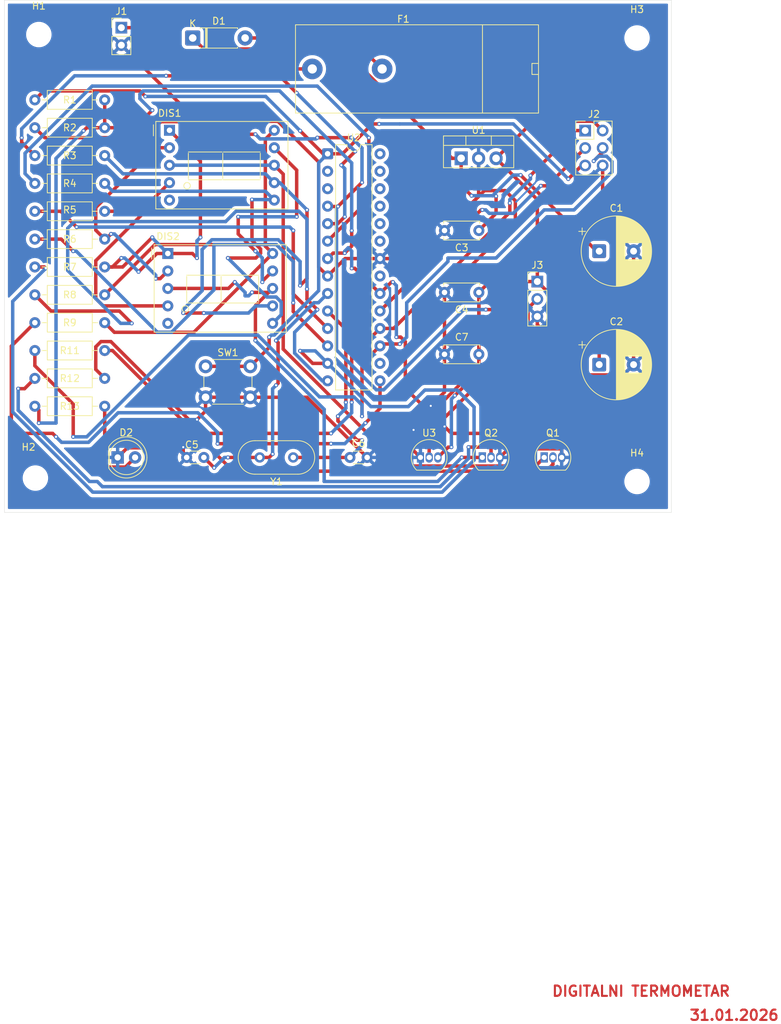
<source format=kicad_pcb>
(kicad_pcb (version 20241229) (generator "pcbnew") (generator_version "9.0")
  (layers (0 "F.Cu" signal) (2 "B.Cu" signal) (13 "F.Paste" user) (15 "B.Paste" user) (5 "F.SilkS" user "F.Silkscreen") (7 "B.SilkS" user "B.Silkscreen") (1 "F.Mask" user) (3 "B.Mask" user) (25 "Edge.Cuts" user))
  (net 0 "")
  (net 1 "GND")
  (net 2 "Net-(D1-K)")
  (net 3 "+5V")
  (net 4 "Net-(U2-XTAL1{slash}PB6)")
  (net 5 "Net-(U2-XTAL2{slash}PB7)")
  (net 6 "Net-(D1-A)")
  (net 7 "Net-(D2-A)")
  (net 8 "/SEG_F")
  (net 9 "/CC1")
  (net 10 "/SEG_E")
  (net 11 "/SEG_C")
  (net 12 "/SEG_D")
  (net 13 "/SEG_A")
  (net 14 "/SEG_B")
  (net 16 "/SEG_G")
  (net 17 "/CC2")
  (net 19 "Net-(J1-Pin_1)")
  (net 20 "/SCK")
  (net 21 "/PB_3")
  (net 22 "/PB_4")
  (net 23 "/RESET")
  (net 24 "/DQ")
  (net 25 "Net-(Q1-B)")
  (net 26 "Net-(Q2-B)")
  (net 27 "/A_IN")
  (net 28 "/B_IN")
  (net 29 "/C_IN")
  (net 30 "/D_IN")
  (net 31 "/E_IN")
  (net 32 "/F_IN")
  (net 33 "/G_IN")
  (footprint "MountingHole:MountingHole_3.2mm_M3" (layer "F.Cu") (at 112.5 50.5)
    (property "Reference" "H1")
    (property "Value" "MountingHole")
  )
  (footprint "MountingHole:MountingHole_3.2mm_M3" (layer "F.Cu") (at 112 115)
    (property "Reference" "H2")
    (property "Value" "MountingHole")
  )
  (footprint "Capacitor_THT:C_Disc_D3.0mm_W1.6mm_P2.50mm" (layer "F.Cu") (at 134 112)
    (property "Reference" "C5")
    (property "Value" "22p")
  )
  (footprint "Resistor_THT:R_Axial_DIN0207_L6.3mm_D2.5mm_P10.16mm_Horizontal" (layer "F.Cu") (at 111.92 104.55)
    (property "Reference" "R13")
    (property "Value" "1k")
  )
  (footprint "Resistor_THT:R_Axial_DIN0207_L6.3mm_D2.5mm_P10.16mm_Horizontal" (layer "F.Cu") (at 111.92 88.35)
    (property "Reference" "R8")
    (property "Value" "220R")
  )
  (footprint "Resistor_THT:R_Axial_DIN0207_L6.3mm_D2.5mm_P10.16mm_Horizontal" (layer "F.Cu") (at 111.92 60)
    (property "Reference" "R1")
    (property "Value" "10k")
  )
  (footprint "Display_7Segment:D1X8K" (layer "F.Cu") (at 131.26 82.34)
    (property "Reference" "DIS2")
    (property "Value" "D168K")
  )
  (footprint "Resistor_THT:R_Axial_DIN0207_L6.3mm_D2.5mm_P10.16mm_Horizontal" (layer "F.Cu") (at 111.92 80.25)
    (property "Reference" "R6")
    (property "Value" "220R")
  )
  (footprint "Package_TO_SOT_THT:TO-220-3_Vertical" (layer "F.Cu") (at 173.92 68.5)
    (property "Reference" "U1")
    (property "Value" "LM7805_TO220")
  )
  (footprint "MountingHole:MountingHole_3.2mm_M3" (layer "F.Cu") (at 199.5 51)
    (property "Reference" "H3")
    (property "Value" "MountingHole")
  )
  (footprint "Capacitor_THT:CP_Radial_D10.0mm_P5.00mm" (layer "F.Cu") (at 194 98.5)
    (property "Reference" "C2")
    (property "Value" "1000u")
  )
  (footprint "Resistor_THT:R_Axial_DIN0207_L6.3mm_D2.5mm_P10.16mm_Horizontal" (layer "F.Cu") (at 111.92 64.05)
    (property "Reference" "R2")
    (property "Value" "4k7")
  )
  (footprint "MountingHole:MountingHole_3.2mm_M3" (layer "F.Cu") (at 199.5 115.5)
    (property "Reference" "H4")
    (property "Value" "MountingHole")
  )
  (footprint "Package_TO_SOT_THT:TO-92_Inline" (layer "F.Cu") (at 177 112)
    (property "Reference" "Q2")
    (property "Value" "BC547")
  )
  (footprint "Diode_THT:D_DO-41_SOD81_P7.62mm_Horizontal" (layer "F.Cu") (at 134.88 51)
    (property "Reference" "D1")
    (property "Value" "1N4007")
  )
  (footprint "Crystal:Crystal_HC49-U_Vertical" (layer "F.Cu") (at 149.5 112 180)
    (property "Reference" "Y1")
    (property "Value" "16MHz")
  )
  (footprint "Connector_PinHeader_2.54mm:PinHeader_2x03_P2.54mm_Vertical" (layer "F.Cu") (at 191.96 64.46)
    (property "Reference" "J2")
    (property "Value" "Conn_02x03_Odd_Even")
  )
  (footprint "Capacitor_THT:C_Disc_D3.0mm_W1.6mm_P2.50mm" (layer "F.Cu") (at 157.75 112)
    (property "Reference" "C6")
    (property "Value" "22p")
  )
  (footprint "Fuse:Fuseholder_Cylinder-5x20mm_Bulgin_FX0457_Horizontal_Closed" (layer "F.Cu") (at 152.27 55.5)
    (property "Reference" "F1")
    (property "Value" "Fuse")
  )
  (footprint "Package_DIP:DIP-28_W7.62mm" (layer "F.Cu") (at 154.5 67.84)
    (property "Reference" "U2")
    (property "Value" "ATmega328P-P")
  )
  (footprint "Resistor_THT:R_Axial_DIN0207_L6.3mm_D2.5mm_P10.16mm_Horizontal" (layer "F.Cu") (at 111.92 76.2)
    (property "Reference" "R5")
    (property "Value" "220R")
  )
  (footprint "Resistor_THT:R_Axial_DIN0207_L6.3mm_D2.5mm_P10.16mm_Horizontal" (layer "F.Cu") (at 111.92 68.1)
    (property "Reference" "R3")
    (property "Value" "220R")
  )
  (footprint "Capacitor_THT:CP_Radial_D10.0mm_P5.00mm" (layer "F.Cu") (at 194 82)
    (property "Reference" "C1")
    (property "Value" "1000u")
  )
  (footprint "Resistor_THT:R_Axial_DIN0207_L6.3mm_D2.5mm_P10.16mm_Horizontal" (layer "F.Cu") (at 111.92 96.45)
    (property "Reference" "R11")
    (property "Value" "4k7")
  )
  (footprint "Button_Switch_THT:SW_PUSH_6mm_H4.3mm" (layer "F.Cu") (at 136.75 98.75)
    (property "Reference" "SW1")
    (property "Value" "SW_Push")
  )
  (footprint "Resistor_THT:R_Axial_DIN0207_L6.3mm_D2.5mm_P10.16mm_Horizontal" (layer "F.Cu") (at 111.92 72.15)
    (property "Reference" "R4")
    (property "Value" "220R")
  )
  (footprint "Package_TO_SOT_THT:TO-92_Inline" (layer "F.Cu") (at 168 112)
    (property "Reference" "U3")
    (property "Value" "DS18B20")
  )
  (footprint "Capacitor_THT:C_Disc_D5.0mm_W2.5mm_P5.00mm" (layer "F.Cu") (at 171.5 97)
    (property "Reference" "C7")
    (property "Value" "100n")
  )
  (footprint "Resistor_THT:R_Axial_DIN0207_L6.3mm_D2.5mm_P10.16mm_Horizontal" (layer "F.Cu") (at 111.92 100.5)
    (property "Reference" "R12")
    (property "Value" "4k7")
  )
  (footprint "Resistor_THT:R_Axial_DIN0207_L6.3mm_D2.5mm_P10.16mm_Horizontal" (layer "F.Cu") (at 111.92 92.4)
    (property "Reference" "R9")
    (property "Value" "220R")
  )
  (footprint "Package_TO_SOT_THT:TO-92_Inline" (layer "F.Cu") (at 186 112)
    (property "Reference" "Q1")
    (property "Value" "BC547")
  )
  (footprint "Display_7Segment:D1X8K" (layer "F.Cu") (at 131.5025 64.42)
    (property "Reference" "DIS1")
    (property "Value" "D168K")
  )
  (footprint "Connector_PinHeader_2.54mm:PinHeader_1x03_P2.54mm_Vertical" (layer "F.Cu") (at 185 86.42)
    (property "Reference" "J3")
    (property "Value" "Conn_01x03")
  )
  (footprint "Capacitor_THT:C_Disc_D5.0mm_W2.5mm_P5.00mm" (layer "F.Cu") (at 176.5 88 180)
    (property "Reference" "C4")
    (property "Value" "100n")
  )
  (footprint "Resistor_THT:R_Axial_DIN0207_L6.3mm_D2.5mm_P10.16mm_Horizontal" (layer "F.Cu") (at 111.92 84.3)
    (property "Reference" "R7")
    (property "Value" "220R")
  )
  (footprint "Connector_PinHeader_2.54mm:PinHeader_1x02_P2.54mm_Vertical" (layer "F.Cu") (at 124.5 49.5)
    (property "Reference" "J1")
    (property "Value" "Conn_01x02")
  )
  (footprint "Capacitor_THT:C_Disc_D5.0mm_W2.5mm_P5.00mm" (layer "F.Cu") (at 176.5 79 180)
    (property "Reference" "C3")
    (property "Value" "100n")
  )
  (footprint "LED_THT:LED_D5.0mm" (layer "F.Cu") (at 123.96 112)
    (property "Reference" "D2")
    (property "Value" "LED")
  )
  (gr_rect (start 107.5 45.5) (end 204.5 120) (stroke (width 0.05)) (fill no) (layer "Edge.Cuts"))
  (gr_text "DIGITALNI TERMOMETAR" (at 187 190.5 0) (layer "F.Cu") (effects (font (size 1.5 1.5) (thickness 0.3) (bold yes)) (justify left bottom)))
  (gr_text "31.01.2026\n" (at 207 194 0) (layer "F.Cu") (effects (font (size 1.5 1.5) (thickness 0.3) (bold yes)) (justify left bottom)))
  (segment (start 180.331786 73.199) (end 177.301 73.199) (width 0.5) (layer "F.Cu") (net 1))
  (segment (start 188.54 110.75) (end 188.539 110.749) (width 0.5) (layer "F.Cu") (net 1))
  (segment (start 181.801 77.699) (end 181.801 74.668214) (width 0.5) (layer "F.Cu") (net 1))
  (segment (start 171.5 88) (end 181.801 77.699) (width 0.5) (layer "F.Cu") (net 1))
  (segment (start 188.54 103.759919) (end 192.298919 100.001) (width 0.5) (layer "F.Cu") (net 1))
  (segment (start 136.75 103.25) (end 136.75 105.25) (width 0.5) (layer "F.Cu") (net 1))
  (segment (start 157.04 83.08) (end 154.5 85.62) (width 0.5) (layer "F.Cu") (net 1))
  (segment (start 171.5 97) (end 171.5 88) (width 0.5) (layer "F.Cu") (net 1))
  (segment (start 167 108) (end 167 111) (width 0.5) (layer "F.Cu") (net 1))
  (segment (start 188.539 110.749) (end 180.791 110.749) (width 0.5) (layer "F.Cu") (net 1))
  (segment (start 179.54 110.75) (end 177.29 108.5) (width 0.5) (layer "F.Cu") (net 1))
  (segment (start 176.46 68.5) (end 176.46 74.04) (width 0.5) (layer "F.Cu") (net 1))
  (segment (start 172.5 108.5) (end 171.5 107.5) (width 0.5) (layer "F.Cu") (net 1))
  (segment (start 176.46 74.04) (end 171.5 79) (width 0.5) (layer "F.Cu") (net 1))
  (segment (start 179.54 112) (end 179.54 110.75) (width 0.5) (layer "F.Cu") (net 1))
  (segment (start 132.599 110.599) (end 125.361 110.599) (width 0.5) (layer "F.Cu") (net 1))
  (segment (start 134 112) (end 132.599 110.599) (width 0.5) (layer "F.Cu") (net 1))
  (segment (start 171.5 97) (end 171.5 102.5) (width 0.5) (layer "F.Cu") (net 1))
  (segment (start 143.25 103.25) (end 136.75 103.25) (width 0.5) (layer "F.Cu") (net 1))
  (segment (start 185 92.702081) (end 192.298919 100.001) (width 0.5) (layer "F.Cu") (net 1))
  (segment (start 133.5 110.5) (end 133.5 111.5) (width 0.5) (layer "F.Cu") (net 1))
  (segment (start 125.361 110.599) (end 123.96 112) (width 0.5) (layer "F.Cu") (net 1))
  (segment (start 199 82) (end 199 98.5) (width 0.5) (layer "F.Cu") (net 1))
  (segment (start 194.5 77.5) (end 194.5 69.54) (width 0.5) (layer "F.Cu") (net 1))
  (segment (start 199 82) (end 194.5 77.5) (width 0.5) (layer "F.Cu") (net 1))
  (segment (start 171.5 102.5) (end 169.5 104.5) (width 0.5) (layer "F.Cu") (net 1))
  (segment (start 180.791 110.749) (end 179.54 112) (width 0.5) (layer "F.Cu") (net 1))
  (segment (start 153.199 69.036608) (end 153.199 84.319) (width 0.5) (layer "F.Cu") (net 1))
  (segment (start 151.5 103.25) (end 143.25 103.25) (width 0.5) (layer "F.Cu") (net 1))
  (segment (start 153.199 84.319) (end 154.5 85.62) (width 0.5) (layer "F.Cu") (net 1))
  (segment (start 197.499 100.001) (end 199 98.5) (width 0.5) (layer "F.Cu") (net 1))
  (segment (start 167 111) (end 168 112) (width 0.5) (layer "F.Cu") (net 1))
  (segment (start 177.29 108.5) (end 172.5 108.5) (width 0.5) (layer "F.Cu") (net 1))
  (segment (start 192.298919 100.001) (end 197.499 100.001) (width 0.5) (layer "F.Cu") (net 1))
  (segment (start 133.5 111.5) (end 134 112) (width 0.5) (layer "F.Cu") (net 1))
  (segment (start 185 91.5) (end 185 92.702081) (width 0.5) (layer "F.Cu") (net 1))
  (segment (start 135.579 63.119) (end 147.281392 63.119) (width 0.5) (layer "F.Cu") (net 1))
  (segment (start 124.5 52.04) (end 135.579 63.119) (width 0.5) (layer "F.Cu") (net 1))
  (segment (start 188.54 112) (end 188.54 103.759919) (width 0.5) (layer "F.Cu") (net 1))
  (segment (start 167.42 83.08) (end 162.12 83.08) (width 0.5) (layer "F.Cu") (net 1))
  (segment (start 136.75 105.25) (end 135.5 106.5) (width 0.5) (layer "F.Cu") (net 1))
  (segment (start 147.281392 63.119) (end 153.199 69.036608) (width 0.5) (layer "F.Cu") (net 1))
  (segment (start 177.301 73.199) (end 171.5 79) (width 0.5) (layer "F.Cu") (net 1))
  (segment (start 171.5 79) (end 167.42 83.08) (width 0.5) (layer "F.Cu") (net 1))
  (segment (start 160.25 112) (end 151.5 103.25) (width 0.5) (layer "F.Cu") (net 1))
  (segment (start 162.12 83.08) (end 157.04 83.08) (width 0.5) (layer "F.Cu") (net 1))
  (segment (start 181.801 74.668214) (end 180.331786 73.199) (width 0.5) (layer "F.Cu") (net 1))
  (segment (start 188.54 112) (end 188.54 110.75) (width 0.5) (layer "F.Cu") (net 1))
  (via (at 133.5 110.5) (size 0.6) (drill 0.3) (layers "F.Cu" "B.Cu") (net 1))
  (via (at 169.5 104.5) (size 0.6) (drill 0.3) (layers "F.Cu" "B.Cu") (net 1))
  (via (at 167 108) (size 0.6) (drill 0.3) (layers "F.Cu" "B.Cu") (net 1))
  (via (at 171.5 107.5) (size 0.6) (drill 0.3) (layers "F.Cu" "B.Cu") (net 1))
  (via (at 135.5 106.5) (size 0.6) (drill 0.3) (layers "F.Cu" "B.Cu") (net 1))
  (segment (start 168 107) (end 163 112) (width 0.5) (layer "B.Cu") (net 1))
  (segment (start 135.5 106.5) (end 133.5 108.5) (width 0.5) (layer "B.Cu") (net 1))
  (segment (start 169.5 104.5) (end 169.5 106.5) (width 0.5) (layer "B.Cu") (net 1))
  (segment (start 170.5 106.5) (end 170 106.5) (width 0.5) (layer "B.Cu") (net 1))
  (segment (start 133.5 108.5) (end 133.5 109.5) (width 0.5) (layer "B.Cu") (net 1))
  (segment (start 171.5 107.5) (end 170.5 106.5) (width 0.5) (layer "B.Cu") (net 1))
  (segment (start 133.5 109.5) (end 133.5 110.5) (width 0.5) (layer "B.Cu") (net 1))
  (segment (start 169.5 106.5) (end 168.5 106.5) (width 0.5) (layer "B.Cu") (net 1))
  (segment (start 170 106.5) (end 169.5 106.5) (width 0.5) (layer "B.Cu") (net 1))
  (segment (start 163 112) (end 160.25 112) (width 0.5) (layer "B.Cu") (net 1))
  (segment (start 168.5 106.5) (end 168 107) (width 0.5) (layer "B.Cu") (net 1))
  (segment (start 168 107) (end 167 108) (width 0.5) (layer "B.Cu") (net 1))
  (segment (start 179 76.5) (end 176.5 79) (width 0.5) (layer "F.Cu") (net 2))
  (segment (start 136.481 52.601) (end 156.701158 52.601) (width 0.5) (layer "F.Cu") (net 2))
  (segment (start 134.88 51) (end 136.481 52.601) (width 0.5) (layer "F.Cu") (net 2))
  (segment (start 173.92 72.42) (end 175.434314 73.934314) (width 0.5) (layer "F.Cu") (net 2))
  (segment (start 193.631372 82) (end 182.565686 70.934314) (width 0.5) (layer "F.Cu") (net 2))
  (segment (start 179 74) (end 179 76.5) (width 0.5) (layer "F.Cu") (net 2))
  (segment (start 173.92 68.5) (end 173.92 72.42) (width 0.5) (layer "F.Cu") (net 2))
  (segment (start 194 82) (end 193.631372 82) (width 0.5) (layer "F.Cu") (net 2))
  (segment (start 172.600158 68.5) (end 173.92 68.5) (width 0.5) (layer "F.Cu") (net 2))
  (segment (start 156.701158 52.601) (end 172.600158 68.5) (width 0.5) (layer "F.Cu") (net 2))
  (via (at 179 74) (size 0.6) (drill 0.3) (layers "F.Cu" "B.Cu") (net 2))
  (via (at 182.565686 70.934314) (size 0.6) (drill 0.3) (layers "F.Cu" "B.Cu") (net 2))
  (via (at 175.434314 73.934314) (size 0.6) (drill 0.3) (layers "F.Cu" "B.Cu") (net 2))
  (segment (start 178.934314 73.934314) (end 179 74) (width 0.5) (layer "B.Cu") (net 2))
  (segment (start 181.5 70.934314) (end 178.5 73.934314) (width 0.5) (layer "B.Cu") (net 2))
  (segment (start 182.565686 70.934314) (end 181.5 70.934314) (width 0.5) (layer "B.Cu") (net 2))
  (segment (start 178.5 73.934314) (end 178.934314 73.934314) (width 0.5) (layer "B.Cu") (net 2))
  (segment (start 175.434314 73.934314) (end 178.5 73.934314) (width 0.5) (layer "B.Cu") (net 2))
  (segment (start 185 74.5) (end 179 68.5) (width 0.5) (layer "F.Cu") (net 3))
  (segment (start 178.08 86.42) (end 176.5 88) (width 0.5) (layer "F.Cu") (net 3))
  (segment (start 165.801 101.933786) (end 165.801 95.168214) (width 0.5) (layer "F.Cu") (net 3))
  (segment (start 112.5 107) (end 112.5 105.13) (width 0.5) (layer "F.Cu") (net 3))
  (segment (start 126.45 64.05) (end 129 61.5) (width 0.5) (layer "F.Cu") (net 3))
  (segment (start 176.5 98.632786) (end 169.831786 105.301) (width 0.5) (layer "F.Cu") (net 3))
  (segment (start 122.08 60) (end 122.08 64.05) (width 0.5) (layer "F.Cu") (net 3))
  (segment (start 185 86.42) (end 185 74.5) (width 0.5) (layer "F.Cu") (net 3))
  (segment (start 158 81.266853) (end 156.984958 82.281895) (width 0.5) (layer "F.Cu") (net 3))
  (segment (start 156.984958 82.281895) (end 155.298105 82.281895) (width 0.5) (layer "F.Cu") (net 3))
  (segment (start 176.5 99.5) (end 173 103) (width 0.5) (layer "F.Cu") (net 3))
  (segment (start 165.132786 94.5) (end 164.5 94.5) (width 0.5) (layer "F.Cu") (net 3))
  (segment (start 162.12 88.16) (end 158.46 84.5) (width 0.5) (layer "F.Cu") (net 3))
  (segment (start 164 86.5) (end 163.78 86.5) (width 0.5) (layer "F.Cu") (net 3))
  (segment (start 172.5 110.5) (end 172.04 110.5) (width 0.5) (layer "F.Cu") (net 3))
  (segment (start 112.5 105.13) (end 111.92 104.55) (width 0.5) (layer "F.Cu") (net 3))
  (segment (start 158.46 84.5) (end 158 84.5) (width 0.5) (layer "F.Cu") (net 3))
  (segment (start 119.45 64.05) (end 119 64.5) (width 0.5) (layer "F.Cu") (net 3))
  (segment (start 179 68.5) (end 184.391 63.109) (width 0.5) (layer "F.Cu") (net 3))
  (segment (start 169.831786 105.301) (end 169.168214 105.301) (width 0.5) (layer "F.Cu") (net 3))
  (segment (start 176.5 88) (end 176.5 98.632786) (width 0.5) (layer "F.Cu") (net 3))
  (segment (start 194 98.5) (end 194 95.42) (width 0.5) (layer "F.Cu") (net 3))
  (segment (start 176.5 97) (end 176.5 99.5) (width 0.5) (layer "F.Cu") (net 3))
  (segment (start 193.149 63.109) (end 194.5 64.46) (width 0.5) (layer "F.Cu") (net 3))
  (segment (start 165.801 95.168214) (end 165.132786 94.5) (width 0.5) (layer "F.Cu") (net 3))
  (segment (start 172.04 110.5) (end 170.54 112) (width 0.5) (layer "F.Cu") (net 3))
  (segment (start 122.08 64.05) (end 119.45 64.05) (width 0.5) (layer "F.Cu") (net 3))
  (segment (start 163.78 86.5) (end 162.12 88.16) (width 0.5) (layer "F.Cu") (net 3))
  (segment (start 194 95.42) (end 185 86.42) (width 0.5) (layer "F.Cu") (net 3))
  (segment (start 169.168214 105.301) (end 165.801 101.933786) (width 0.5) (layer "F.Cu") (net 3))
  (segment (start 155.298105 82.281895) (end 154.5 83.08) (width 0.5) (layer "F.Cu") (net 3))
  (segment (start 184.391 63.109) (end 193.149 63.109) (width 0.5) (layer "F.Cu") (net 3))
  (segment (start 158 79) (end 158 81.266853) (width 0.5) (layer "F.Cu") (net 3))
  (segment (start 185 86.42) (end 178.08 86.42) (width 0.5) (layer "F.Cu") (net 3))
  (segment (start 122.08 64.05) (end 126.45 64.05) (width 0.5) (layer "F.Cu") (net 3))
  (segment (start 176.5 97) (end 176.5 88) (width 0.5) (layer "F.Cu") (net 3))
  (via (at 158 84.5) (size 0.6) (drill 0.3) (layers "F.Cu" "B.Cu") (net 3))
  (via (at 112.5 107) (size 0.6) (drill 0.3) (layers "F.Cu" "B.Cu") (net 3))
  (via (at 129 61.5) (size 0.6) (drill 0.3) (layers "F.Cu" "B.Cu") (net 3))
  (via (at 173 103) (size 0.6) (drill 0.3) (layers "F.Cu" "B.Cu") (net 3))
  (via (at 158 79) (size 0.6) (drill 0.3) (layers "F.Cu" "B.Cu") (net 3))
  (via (at 156.984958 82.281895) (size 0.6) (drill 0.3) (layers "F.Cu" "B.Cu") (net 3))
  (via (at 119 64.5) (size 0.6) (drill 0.3) (layers "F.Cu" "B.Cu") (net 3))
  (via (at 172.5 110.5) (size 0.6) (drill 0.3) (layers "F.Cu" "B.Cu") (net 3))
  (via (at 164 86.5) (size 0.6) (drill 0.3) (layers "F.Cu" "B.Cu") (net 3))
  (via (at 164.5 94.5) (size 0.6) (drill 0.3) (layers "F.Cu" "B.Cu") (net 3))
  (segment (start 156.984958 82.015042) (end 156.984958 82.281895) (width 0.5) (layer "B.Cu") (net 3))
  (segment (start 158 84.5) (end 158 82) (width 0.5) (layer "B.Cu") (net 3))
  (segment (start 115 107) (end 112.5 107) (width 0.5) (layer "B.Cu") (net 3))
  (segment (start 173 103) (end 172.5 103.5) (width 0.5) (layer "B.Cu") (net 3))
  (segment (start 115 68.5) (end 115 107) (width 0.5) (layer "B.Cu") (net 3))
  (segment (start 119 64.5) (end 115 68.5) (width 0.5) (layer "B.Cu") (net 3))
  (segment (start 158 82) (end 157.5 81.5) (width 0.5) (layer "B.Cu") (net 3))
  (segment (start 158 69.170998) (end 158 79) (width 0.5) (layer "B.Cu") (net 3))
  (segment (start 127.668214 58.699) (end 147.528002 58.699) (width 0.5) (layer "B.Cu") (net 3))
  (segment (start 147.528002 58.699) (end 158 69.170998) (width 0.5) (layer "B.Cu") (net 3))
  (segment (start 127.199 59.168214) (end 127.668214 58.699) (width 0.5) (layer "B.Cu") (net 3))
  (segment (start 128.867214 61.5) (end 127.199 59.831786) (width 0.5) (layer "B.Cu") (net 3))
  (segment (start 164.5 94.5) (end 164.5 87) (width 0.5) (layer "B.Cu") (net 3))
  (segment (start 172.5 103.5) (end 172.5 110.5) (width 0.5) (layer "B.Cu") (net 3))
  (segment (start 129 61.5) (end 128.867214 61.5) (width 0.5) (layer "B.Cu") (net 3))
  (segment (start 157.5 81.5) (end 156.984958 82.015042) (width 0.5) (layer "B.Cu") (net 3))
  (segment (start 164.5 87) (end 164 86.5) (width 0.5) (layer "B.Cu") (net 3))
  (segment (start 127.199 59.831786) (end 127.199 59.168214) (width 0.5) (layer "B.Cu") (net 3))
  (segment (start 146 112) (end 146.5 111.5) (width 0.5) (layer "F.Cu") (net 4))
  (segment (start 147.2925 95.2925) (end 147 95) (width 0.5) (layer "F.Cu") (net 4))
  (segment (start 144.62 112) (end 140 112) (width 0.5) (layer "F.Cu") (net 4))
  (segment (start 144.62 112) (end 146 112) (width 0.5) (layer "F.Cu") (net 4))
  (segment (start 147 101.5) (end 147.2925 101.2075) (width 0.5) (layer "F.Cu") (net 4))
  (segment (start 147.2925 101.2075) (end 147.2925 95.2925) (width 0.5) (layer "F.Cu") (net 4))
  (segment (start 138 113.5) (end 136.5 112) (width 0.5) (layer "F.Cu") (net 4))
  (via (at 140 112) (size 0.6) (drill 0.3) (layers "F.Cu" "B.Cu") (net 4))
  (via (at 146.5 111.5) (size 0.6) (drill 0.3) (layers "F.Cu" "B.Cu") (net 4))
  (via (at 147 95) (size 0.6) (drill 0.3) (layers "F.Cu" "B.Cu") (net 4))
  (via (at 147 101.5) (size 0.6) (drill 0.3) (layers "F.Cu" "B.Cu") (net 4))
  (via (at 138 113.5) (size 0.6) (drill 0.3) (layers "F.Cu" "B.Cu") (net 4))
  (segment (start 139.5 112) (end 138 113.5) (width 0.5) (layer "B.Cu") (net 4))
  (segment (start 147 95) (end 152.5 89.5) (width 0.5) (layer "B.Cu") (net 4))
  (segment (start 153.16 89.5) (end 154.5 88.16) (width 0.5) (layer "B.Cu") (net 4))
  (segment (start 146.5 111.5) (end 146.5 102) (width 0.5) (layer "B.Cu") (net 4))
  (segment (start 146.5 102) (end 147 101.5) (width 0.5) (layer "B.Cu") (net 4))
  (segment (start 152.5 89.5) (end 153.16 89.5) (width 0.5) (layer "B.Cu") (net 4))
  (segment (start 140 112) (end 139.5 112) (width 0.5) (layer "B.Cu") (net 4))
  (segment (start 156 106) (end 156 106.687926) (width 0.5) (layer "F.Cu") (net 5))
  (segment (start 156 106.687926) (end 158.812074 109.5) (width 0.5) (layer "F.Cu") (net 5))
  (segment (start 154.5 90.7) (end 157.149997 93.349997) (width 0.5) (layer "F.Cu") (net 5))
  (segment (start 149.5 112) (end 157.75 112) (width 0.5) (layer "F.Cu") (net 5))
  (segment (start 157.149997 93.349997) (end 157.149997 104) (width 0.5) (layer "F.Cu") (net 5))
  (segment (start 158.812074 109.5) (end 159.5 109.5) (width 0.5) (layer "F.Cu") (net 5))
  (via (at 159.5 109.5) (size 0.6) (drill 0.3) (layers "F.Cu" "B.Cu") (net 5))
  (via (at 157.149997 104) (size 0.6) (drill 0.3) (layers "F.Cu" "B.Cu") (net 5))
  (via (at 156 106) (size 0.6) (drill 0.3) (layers "F.Cu" "B.Cu") (net 5))
  (segment (start 159.5 110.25) (end 157.75 112) (width 0.5) (layer "B.Cu") (net 5))
  (segment (start 157.149997 104) (end 157.149997 104.850003) (width 0.5) (layer "B.Cu") (net 5))
  (segment (start 157.149997 104.850003) (end 156 106) (width 0.5) (layer "B.Cu") (net 5))
  (segment (start 159.5 109.5) (end 159.5 110.25) (width 0.5) (layer "B.Cu") (net 5))
  (segment (start 157.93 51) (end 142.5 51) (width 0.5) (layer "F.Cu") (net 6))
  (segment (start 162.43 55.5) (end 157.93 51) (width 0.5) (layer "F.Cu") (net 6))
  (segment (start 122.08 112.922) (end 122.08 104.55) (width 0.5) (layer "F.Cu") (net 7))
  (segment (start 126.5 112) (end 125.099 113.401) (width 0.5) (layer "F.Cu") (net 7))
  (segment (start 122.559 113.401) (end 122.08 112.922) (width 0.5) (layer "F.Cu") (net 7))
  (segment (start 125.099 113.401) (end 122.559 113.401) (width 0.5) (layer "F.Cu") (net 7))
  (segment (start 122.08 88.35) (end 129.391 81.039) (width 0.5) (layer "F.Cu") (net 8))
  (segment (start 143.039 81.039) (end 144 82) (width 0.5) (layer "F.Cu") (net 8))
  (segment (start 129.391 81.039) (end 143.039 81.039) (width 0.5) (layer "F.Cu") (net 8))
  (segment (start 146.7425 66.96) (end 150 70.2175) (width 0.5) (layer "F.Cu") (net 8))
  (segment (start 150 70.2175) (end 150 77) (width 0.5) (layer "F.Cu") (net 8))
  (segment (start 145 86.5) (end 145 86.38) (width 0.5) (layer "F.Cu") (net 8))
  (segment (start 141.5 77) (end 141.5 79.5) (width 0.5) (layer "F.Cu") (net 8))
  (segment (start 141.5 79.5) (end 143.039 81.039) (width 0.5) (layer "F.Cu") (net 8))
  (segment (start 145 86.38) (end 146.5 84.88) (width 0.5) (layer "F.Cu") (net 8))
  (via (at 141.5 77) (size 0.6) (drill 0.3) (layers "F.Cu" "B.Cu") (net 8))
  (via (at 145 86.5) (size 0.6) (drill 0.3) (layers "F.Cu" "B.Cu") (net 8))
  (via (at 144 82) (size 0.6) (drill 0.3) (layers "F.Cu" "B.Cu") (net 8))
  (via (at 150 77) (size 0.6) (drill 0.3) (layers "F.Cu" "B.Cu") (net 8))
  (segment (start 144 82) (end 145 83) (width 0.5) (layer "B.Cu") (net 8))
  (segment (start 145 83) (end 145 85.5) (width 0.5) (layer "B.Cu") (net 8))
  (segment (start 145 85.5) (end 145 86.5) (width 0.5) (layer "B.Cu") (net 8))
  (segment (start 150 77) (end 141.5 77) (width 0.5) (layer "B.Cu") (net 8))
  (segment (start 148.0435 70.801) (end 146.7425 69.5) (width 0.5) (layer "F.Cu") (net 9))
  (segment (start 148.0435 96.243392) (end 148.0435 70.801) (width 0.5) (layer "F.Cu") (net 9))
  (segment (start 184.749 113.251) (end 165.051108 113.251) (width 0.5) (layer "F.Cu") (net 9))
  (segment (start 186 112) (end 184.749 113.251) (width 0.5) (layer "F.Cu") (net 9))
  (segment (start 165.051108 113.251) (end 148.0435 96.243392) (width 0.5) (layer "F.Cu") (net 9))
  (segment (start 146.7425 69.5) (end 131.5025 69.5) (width 0.5) (layer "B.Cu") (net 9))
  (segment (start 129.66 82.34) (end 131.26 82.34) (width 0.5) (layer "F.Cu") (net 10))
  (segment (start 136 80) (end 136 68.9175) (width 0.5) (layer "F.Cu") (net 10))
  (segment (start 131.26 82.34) (end 134.84 82.34) (width 0.5) (layer "F.Cu") (net 10))
  (segment (start 127 85) (end 129.66 82.34) (width 0.5) (layer "F.Cu") (net 10))
  (segment (start 122.08 84.3) (end 124.7 84.3) (width 0.5) (layer "F.Cu") (net 10))
  (segment (start 124.7 84.3) (end 129 80) (width 0.5) (layer "F.Cu") (net 10))
  (segment (start 134.84 82.34) (end 135.5 83) (width 0.5) (layer "F.Cu") (net 10))
  (segment (start 123.2 84.3) (end 124.5 83) (width 0.5) (layer "F.Cu") (net 10))
  (segment (start 136 68.9175) (end 131.5025 64.42) (width 0.5) (layer "F.Cu") (net 10))
  (segment (start 122.08 84.3) (end 123.2 84.3) (width 0.5) (layer "F.Cu") (net 10))
  (via (at 127 85) (size 0.6) (drill 0.3) (layers "F.Cu" "B.Cu") (net 10))
  (via (at 136 80) (size 0.6) (drill 0.3) (layers "F.Cu" "B.Cu") (net 10))
  (via (at 135.5 83) (size 0.6) (drill 0.3) (layers "F.Cu" "B.Cu") (net 10))
  (via (at 124.5 83) (size 0.6) (drill 0.3) (layers "F.Cu" "B.Cu") (net 10))
  (via (at 129 80) (size 0.6) (drill 0.3) (layers "F.Cu" "B.Cu") (net 10))
  (segment (start 135.5 83) (end 135.5 80.5) (width 0.5) (layer "B.Cu") (net 10))
  (segment (start 129 80) (end 129 80.08) (width 0.5) (layer "B.Cu") (net 10))
  (segment (start 135.5 80.5) (end 136 80) (width 0.5) (layer "B.Cu") (net 10))
  (segment (start 129 80.08) (end 131.26 82.34) (width 0.5) (layer "B.Cu") (net 10))
  (segment (start 124.5 83) (end 125 83) (width 0.5) (layer "B.Cu") (net 10))
  (segment (start 125 83) (end 127 85) (width 0.5) (layer "B.Cu") (net 10))
  (segment (start 121.850108 89.96) (end 120.779 88.888892) (width 0.5) (layer "F.Cu") (net 11))
  (segment (start 122.08 76.2) (end 127.3425 76.2) (width 0.5) (layer "F.Cu") (net 11))
  (segment (start 127.52125 76.02125) (end 131.5025 72.04) (width 0.5) (layer "F.Cu") (net 11))
  (segment (start 131.26 89.96) (end 121.850108 89.96) (width 0.5) (layer "F.Cu") (net 11))
  (segment (start 120.779 83.390892) (end 127.52125 76.648642) (width 0.5) (layer "F.Cu") (net 11))
  (segment (start 127.3425 76.2) (end 127.52125 76.02125) (width 0.5) (layer "F.Cu") (net 11))
  (segment (start 127.52125 76.648642) (end 127.52125 76.02125) (width 0.5) (layer "F.Cu") (net 11))
  (segment (start 120.779 88.888892) (end 120.779 83.390892) (width 0.5) (layer "F.Cu") (net 11))
  (segment (start 120.779 78.949) (end 120.779 75.661108) (width 0.5) (layer "F.Cu") (net 12))
  (segment (start 122.08 80.25) (end 120.779 78.949) (width 0.5) (layer "F.Cu") (net 12))
  (segment (start 129.480108 66.96) (end 131.5025 66.96) (width 0.5) (layer "F.Cu") (net 12))
  (segment (start 120.779 75.661108) (end 129.480108 66.96) (width 0.5) (layer "F.Cu") (net 12))
  (segment (start 130.14 86) (end 131.26 84.88) (width 0.5) (layer "F.Cu") (net 12))
  (segment (start 122.25 80.25) (end 123 79.5) (width 0.5) (layer "F.Cu") (net 12))
  (segment (start 129.5 86) (end 130.14 86) (width 0.5) (layer "F.Cu") (net 12))
  (segment (start 122.08 80.25) (end 122.25 80.25) (width 0.5) (layer "F.Cu") (net 12))
  (via (at 123 79.5) (size 0.6) (drill 0.3) (layers "F.Cu" "B.Cu") (net 12))
  (via (at 129.5 86) (size 0.6) (drill 0.3) (layers "F.Cu" "B.Cu") (net 12))
  (segment (start 123.5 79.5) (end 129.5 85.5) (width 0.5) (layer "B.Cu") (net 12))
  (segment (start 123 79.5) (end 123.5 79.5) (width 0.5) (layer "B.Cu") (net 12))
  (segment (start 129.5 85.5) (end 129.5 86) (width 0.5) (layer "B.Cu") (net 12))
  (segment (start 133.5 91) (end 136.5 91) (width 0.5) (layer "F.Cu") (net 13))
  (segment (start 151.5 86) (end 150.5 87) (width 0.5) (layer "F.Cu") (net 13))
  (segment (start 151.5 76) (end 151.5 86) (width 0.5) (layer "F.Cu") (net 13))
  (via (at 150.5 87) (size 0.6) (drill 0.3) (layers "F.Cu" "B.Cu") (net 13))
  (via (at 133.5 91) (size 0.6) (drill 0.3) (layers "F.Cu" "B.Cu") (net 13))
  (via (at 151.5 76) (size 0.6) (drill 0.3) (layers "F.Cu" "B.Cu") (net 13))
  (via (at 136.5 91) (size 0.6) (drill 0.3) (layers "F.Cu" "B.Cu") (net 13))
  (segment (start 133.5 90.5) (end 133.5 91) (width 0.5) (layer "B.Cu") (net 13))
  (segment (start 136.251 87.749) (end 135 89) (width 0.5) (layer "B.Cu") (net 13))
  (segment (start 146.7425 72.04) (end 145.4535 70.751) (width 0.5) (layer "B.Cu") (net 13))
  (segment (start 137.670636 80.338) (end 136.251 81.757636) (width 0.5) (layer "B.Cu") (net 13))
  (segment (start 135 89) (end 133.5 90.5) (width 0.5) (layer "B.Cu") (net 13))
  (segment (start 150.5 87) (end 150.5 83.508744) (width 0.5) (layer "B.Cu") (net 13))
  (segment (start 136.5 91) (end 143 91) (width 0.5) (layer "B.Cu") (net 13))
  (segment (start 144.04 89.96) (end 146.5 89.96) (width 0.5) (layer "B.Cu") (net 13))
  (segment (start 150.5 83.508744) (end 147.329256 80.338) (width 0.5) (layer "B.Cu") (net 13))
  (segment (start 143 91) (end 144.04 89.96) (width 0.5) (layer "B.Cu") (net 13))
  (segment (start 146.7425 72.04) (end 147.54 72.04) (width 0.5) (layer "B.Cu") (net 13))
  (segment (start 124.731 70.751) (end 122.08 68.1) (width 0.5) (layer "B.Cu") (net 13))
  (segment (start 136.251 81.757636) (end 136.251 87.749) (width 0.5) (layer "B.Cu") (net 13))
  (segment (start 145.4535 70.751) (end 124.731 70.751) (width 0.5) (layer "B.Cu") (net 13))
  (segment (start 147.54 72.04) (end 151.5 76) (width 0.5) (layer "B.Cu") (net 13))
  (segment (start 147.329256 80.338) (end 137.670636 80.338) (width 0.5) (layer "B.Cu") (net 13))
  (segment (start 144.751 81.688925) (end 143.5 80.437925) (width 0.5) (layer "F.Cu") (net 14))
  (segment (start 144.062075 83) (end 144.751 82.311075) (width 0.5) (layer "F.Cu") (net 14))
  (segment (start 144.751 82.311075) (end 144.751 81.688925) (width 0.5) (layer "F.Cu") (net 14))
  (segment (start 143.5 80.437925) (end 143.5 74.5) (width 0.5) (layer "F.Cu") (net 14))
  (segment (start 140 83) (end 144.062075 83) (width 0.5) (layer "F.Cu") (net 14))
  (via (at 143.5 74.5) (size 0.6) (drill 0.3) (layers "F.Cu" "B.Cu") (net 14))
  (via (at 140 83) (size 0.6) (drill 0.3) (layers "F.Cu" "B.Cu") (net 14))
  (segment (start 143.5 74.5) (end 146.6625 74.5) (width 0.5) (layer "B.Cu") (net 14))
  (segment (start 147.018182 88.671) (end 145.671 88.671) (width 0.5) (layer "B.Cu") (net 14))
  (segment (start 146.7425 74.58) (end 145.4535 73.291) (width 0.5) (layer "B.Cu") (net 14))
  (segment (start 145.671 88.671) (end 140 83) (width 0.5) (layer "B.Cu") (net 14))
  (segment (start 145.4535 73.291) (end 123.221 73.291) (width 0.5) (layer "B.Cu") (net 14))
  (segment (start 146.5 92.5) (end 147.751 91.249) (width 0.5) (layer "B.Cu") (net 14))
  (segment (start 147.751 91.249) (end 147.751 89.403818) (width 0.5) (layer "B.Cu") (net 14))
  (segment (start 123.221 73.291) (end 122.08 72.15) (width 0.5) (layer "B.Cu") (net 14))
  (segment (start 147.751 89.403818) (end 147.018182 88.671) (width 0.5) (layer "B.Cu") (net 14))
  (segment (start 146.6625 74.5) (end 146.7425 74.58) (width 0.5) (layer "B.Cu") (net 14))
  (segment (start 122.08 92.4) (end 123.481 93.801) (width 0.5) (layer "F.Cu") (net 16))
  (segment (start 123.481 93.801) (end 135.039 93.801) (width 0.5) (layer "F.Cu") (net 16))
  (segment (start 146.7425 64.42) (end 145.4415 65.721) (width 0.5) (layer "F.Cu") (net 16))
  (segment (start 145.4415 65.721) (end 145.4415 81.2815) (width 0.5) (layer "F.Cu") (net 16))
  (segment (start 135.039 93.801) (end 146.5 82.34) (width 0.5) (layer "F.Cu") (net 16))
  (segment (start 145.4415 81.2815) (end 146.5 82.34) (width 0.5) (layer "F.Cu") (net 16))
  (segment (start 143.5 88) (end 145.92 88) (width 0.5) (layer "F.Cu") (net 17))
  (segment (start 140.08 87.42) (end 141 86.5) (width 0.5) (layer "F.Cu") (net 17))
  (segment (start 145.92 88) (end 146.5 87.42) (width 0.5) (layer "F.Cu") (net 17))
  (segment (start 144 95) (end 144 89.92) (width 0.5) (layer "F.Cu") (net 17))
  (segment (start 131.26 87.42) (end 140.08 87.42) (width 0.5) (layer "F.Cu") (net 17))
  (segment (start 177 112) (end 174 112) (width 0.5) (layer "F.Cu") (net 17))
  (segment (start 144 89.92) (end 146.5 87.42) (width 0.5) (layer "F.Cu") (net 17))
  (via (at 141 86.5) (size 0.6) (drill 0.3) (layers "F.Cu" "B.Cu") (net 17))
  (via (at 144 95) (size 0.6) (drill 0.3) (layers "F.Cu" "B.Cu") (net 17))
  (via (at 143.5 88) (size 0.6) (drill 0.3) (layers "F.Cu" "B.Cu") (net 17))
  (via (at 174 112) (size 0.6) (drill 0.3) (layers "F.Cu" "B.Cu") (net 17))
  (segment (start 142.5 88.5) (end 143 88.5) (width 0.5) (layer "B.Cu") (net 17))
  (segment (start 142.5 88) (end 142.5 88.5) (width 0.5) (layer "B.Cu") (net 17))
  (segment (start 174 112) (end 170.5 115.5) (width 0.5) (layer "B.Cu") (net 17))
  (segment (start 154 105) (end 144 95) (width 0.5) (layer "B.Cu") (net 17))
  (segment (start 170.5 115.5) (end 154 115.5) (width 0.5) (layer "B.Cu") (net 17))
  (segment (start 141 86.5) (end 142.5 88) (width 0.5) (layer "B.Cu") (net 17))
  (segment (start 154 115.5) (end 154 105) (width 0.5) (layer "B.Cu") (net 17))
  (segment (start 143 88.5) (end 143.5 88) (width 0.5) (layer "B.Cu") (net 17))
  (segment (start 126 49.5) (end 124.5 49.5) (width 0.5) (layer "F.Cu") (net 19))
  (segment (start 152.27 55.5) (end 132 55.5) (width 0.5) (layer "F.Cu") (net 19))
  (segment (start 132 55.5) (end 126 49.5) (width 0.5) (layer "F.Cu") (net 19))
  (segment (start 177 76) (end 176.82 76) (width 0.5) (layer "F.Cu") (net 20))
  (segment (start 191.96 67) (end 186.46 72.5) (width 0.5) (layer "F.Cu") (net 20))
  (segment (start 176.82 76) (end 162.12 90.7) (width 0.5) (layer "F.Cu") (net 20))
  (segment (start 186.46 72.5) (end 185.5 72.5) (width 0.5) (layer "F.Cu") (net 20))
  (via (at 185.5 72.5) (size 0.6) (drill 0.3) (layers "F.Cu" "B.Cu") (net 20))
  (via (at 177 76) (size 0.6) (drill 0.3) (layers "F.Cu" "B.Cu") (net 20))
  (segment (start 181.5 76.5) (end 178 76.5) (width 0.5) (layer "B.Cu") (net 20))
  (segment (start 185.5 72.5) (end 181.5 76.5) (width 0.5) (layer "B.Cu") (net 20))
  (segment (start 177.5 76) (end 177 76) (width 0.5) (layer "B.Cu") (net 20))
  (segment (start 178 76.5) (end 177.5 76) (width 0.5) (layer "B.Cu") (net 20))
  (segment (start 162.12 95.78) (end 159.5 98.4) (width 0.5) (layer "F.Cu") (net 21))
  (segment (start 194.5 67.597354) (end 193.202496 68.894858) (width 0.5) (layer "F.Cu") (net 21))
  (segment (start 159.5 98.4) (end 159.5 106) (width 0.5) (layer "F.Cu") (net 21))
  (segment (start 117.5 104.240108) (end 111.92 98.660108) (width 0.5) (layer "F.Cu") (net 21))
  (segment (start 165 95.5) (end 162.4 95.5) (width 0.5) (layer "F.Cu") (net 21))
  (segment (start 117.5 109) (end 117.5 104.240108) (width 0.5) (layer "F.Cu") (net 21))
  (segment (start 111.92 98.660108) (end 111.92 96.45) (width 0.5) (layer "F.Cu") (net 21))
  (segment (start 162.4 95.5) (end 162.12 95.78) (width 0.5) (layer "F.Cu") (net 21))
  (segment (start 194.5 67) (end 194.5 67.597354) (width 0.5) (layer "F.Cu") (net 21))
  (via (at 165 95.5) (size 0.6) (drill 0.3) (layers "F.Cu" "B.Cu") (net 21))
  (via (at 193.202496 68.894858) (size 0.6) (drill 0.3) (layers "F.Cu" "B.Cu") (net 21))
  (via (at 117.5 109) (size 0.6) (drill 0.3) (layers "F.Cu" "B.Cu") (net 21))
  (via (at 159.5 106) (size 0.6) (drill 0.3) (layers "F.Cu" "B.Cu") (net 21))
  (segment (start 190.339892 76) (end 186 76) (width 0.5) (layer "B.Cu") (net 21))
  (segment (start 195.851 68.980397) (end 195.851 70.488892) (width 0.5) (layer "B.Cu") (net 21))
  (segment (start 166 94.5) (end 165 95.5) (width 0.5) (layer "B.Cu") (net 21))
  (segment (start 179 83) (end 172 83) (width 0.5) (layer "B.Cu") (net 21))
  (segment (start 159.5 106) (end 159.5 104.367214) (width 0.5) (layer "B.Cu") (net 21))
  (segment (start 153.331786 103.199) (end 144.331786 94.199) (width 0.5) (layer "B.Cu") (net 21))
  (segment (start 158.331786 103.199) (end 153.331786 103.199) (width 0.5) (layer "B.Cu") (net 21))
  (segment (start 119.469892 109) (end 117.5 109) (width 0.5) (layer "B.Cu") (net 21))
  (segment (start 172 83) (end 172 83.5) (width 0.5) (layer "B.Cu") (net 21))
  (segment (start 144.331786 94.199) (end 134.270892 94.199) (width 0.5) (layer "B.Cu") (net 21))
  (segment (start 172 83.5) (end 166 89.5) (width 0.5) (layer "B.Cu") (net 21))
  (segment (start 134.270892 94.199) (end 119.469892 109) (width 0.5) (layer "B.Cu") (net 21))
  (segment (start 193.202496 68.894858) (end 193.908354 68.189) (width 0.5) (layer "B.Cu") (net 21))
  (segment (start 159.5 104.367214) (end 158.331786 103.199) (width 0.5) (layer "B.Cu") (net 21))
  (segment (start 195.851 70.488892) (end 190.339892 76) (width 0.5) (layer "B.Cu") (net 21))
  (segment (start 195.059603 68.189) (end 195.851 68.980397) (width 0.5) (layer "B.Cu") (net 21))
  (segment (start 186 76) (end 179 83) (width 0.5) (layer "B.Cu") (net 21))
  (segment (start 166 89.5) (end 166 94.5) (width 0.5) (layer "B.Cu") (net 21))
  (segment (start 193.908354 68.189) (end 195.059603 68.189) (width 0.5) (layer "B.Cu") (net 21))
  (segment (start 158 97.36) (end 158 104) (width 0.5) (layer "F.Cu") (net 22))
  (segment (start 162.12 93.24) (end 158 97.36) (width 0.5) (layer "F.Cu") (net 22))
  (segment (start 120.779 99.199) (end 122.08 100.5) (width 0.5) (layer "F.Cu") (net 22))
  (segment (start 155 108.5) (end 136.323444 108.5) (width 0.5) (layer "F.Cu") (net 22))
  (segment (start 191.96 64.46) (end 190.54 64.46) (width 0.5) (layer "F.Cu") (net 22))
  (segment (start 181 75) (end 181 76.339892) (width 0.5) (layer "F.Cu") (net 22))
  (segment (start 181 76.339892) (end 164.099892 93.24) (width 0.5) (layer "F.Cu") (net 22))
  (segment (start 136.323444 108.5) (end 122.972444 95.149) (width 0.5) (layer "F.Cu") (net 22))
  (segment (start 122.972444 95.149) (end 121.541108 95.149) (width 0.5) (layer "F.Cu") (net 22))
  (segment (start 190.54 64.46) (end 184 71) (width 0.5) (layer "F.Cu") (net 22))
  (segment (start 121.541108 95.149) (end 120.779 95.911108) (width 0.5) (layer "F.Cu") (net 22))
  (segment (start 120.779 95.911108) (end 120.779 99.199) (width 0.5) (layer "F.Cu") (net 22))
  (segment (start 164.099892 93.24) (end 162.12 93.24) (width 0.5) (layer "F.Cu") (net 22))
  (via (at 158 104) (size 0.6) (drill 0.3) (layers "F.Cu" "B.Cu") (net 22))
  (via (at 155 108.5) (size 0.6) (drill 0.3) (layers "F.Cu" "B.Cu") (net 22))
  (via (at 184 71) (size 0.6) (drill 0.3) (layers "F.Cu" "B.Cu") (net 22))
  (via (at 181 75) (size 0.6) (drill 0.3) (layers "F.Cu" "B.Cu") (net 22))
  (segment (start 184 71) (end 184 71.5) (width 0.5) (layer "B.Cu") (net 22))
  (segment (start 181 74.5) (end 181 75) (width 0.5) (layer "B.Cu") (net 22))
  (segment (start 158 104) (end 158 105.5) (width 0.5) (layer "B.Cu") (net 22))
  (segment (start 184 71.5) (end 182 73.5) (width 0.5) (layer "B.Cu") (net 22))
  (segment (start 182 73.5) (end 181 74.5) (width 0.5) (layer "B.Cu") (net 22))
  (segment (start 158 105.5) (end 155 108.5) (width 0.5) (layer "B.Cu") (net 22))
  (segment (start 153.84 67.84) (end 150.5 64.5) (width 0.5) (layer "F.Cu") (net 23))
  (segment (start 154.5 67.84) (end 153.84 67.84) (width 0.5) (layer "F.Cu") (net 23))
  (segment (start 156.66 67.84) (end 154.5 67.84) (width 0.5) (layer "F.Cu") (net 23))
  (segment (start 146 96) (end 146 94.5) (width 0.5) (layer "F.Cu") (net 23))
  (segment (start 128 59.5) (end 127.199 58.699) (width 0.5) (layer "F.Cu") (net 23))
  (segment (start 191.96 69.54) (end 191.46 69.54) (width 0.5) (layer "F.Cu") (net 23))
  (segment (start 143.25 98.75) (end 146 96) (width 0.5) (layer "F.Cu") (net 23))
  (segment (start 136.75 98.75) (end 143.25 98.75) (width 0.5) (layer "F.Cu") (net 23))
  (segment (start 127.199 58.699) (end 113.221 58.699) (width 0.5) (layer "F.Cu") (net 23))
  (segment (start 161 63.5) (end 156.66 67.84) (width 0.5) (layer "F.Cu") (net 23))
  (segment (start 113.221 58.699) (end 111.92 60) (width 0.5) (layer "F.Cu") (net 23))
  (segment (start 162 63.5) (end 161 63.5) (width 0.5) (layer "F.Cu") (net 23))
  (segment (start 191.46 69.54) (end 189.5 71.5) (width 0.5) (layer "F.Cu") (net 23))
  (via (at 189.5 71.5) (size 0.6) (drill 0.3) (layers "F.Cu" "B.Cu") (net 23))
  (via (at 150.5 64.5) (size 0.6) (drill 0.3) (layers "F.Cu" "B.Cu") (net 23))
  (via (at 146 94.5) (size 0.6) (drill 0.3) (layers "F.Cu" "B.Cu") (net 23))
  (via (at 128 59.5) (size 0.6) (drill 0.3) (layers "F.Cu" "B.Cu") (net 23))
  (via (at 162 63.5) (size 0.6) (drill 0.3) (layers "F.Cu" "B.Cu") (net 23))
  (segment (start 146.738926 94.199) (end 153.199 87.738926) (width 0.5) (layer "B.Cu") (net 23))
  (segment (start 146.301 94.199) (end 146.738926 94.199) (width 0.5) (layer "B.Cu") (net 23))
  (segment (start 150.5 64.5) (end 145.5 59.5) (width 0.5) (layer "B.Cu") (net 23))
  (segment (start 145.5 59.5) (end 128 59.5) (width 0.5) (layer "B.Cu") (net 23))
  (segment (start 189.5 71.5) (end 181.5 63.5) (width 0.5) (layer "B.Cu") (net 23))
  (segment (start 153.199 87.738926) (end 153.199 69.141) (width 0.5) (layer "B.Cu") (net 23))
  (segment (start 153.199 69.141) (end 154.5 67.84) (width 0.5) (layer "B.Cu") (net 23))
  (segment (start 181.5 63.5) (end 165 63.5) (width 0.5) (layer "B.Cu") (net 23))
  (segment (start 146 94.5) (end 146.301 94.199) (width 0.5) (layer "B.Cu") (net 23))
  (segment (start 165 63.5) (end 162 63.5) (width 0.5) (layer "B.Cu") (net 23))
  (segment (start 159.5 72) (end 156 75.5) (width 0.5) (layer "F.Cu") (net 24))
  (segment (start 156 75.5) (end 154.54 75.5) (width 0.5) (layer "F.Cu") (net 24))
  (segment (start 183.98 89.98) (end 183.46 90.5) (width 0.5) (layer "F.Cu") (net 24))
  (segment (start 169.27 108.453) (end 169.27 112) (width 0.5) (layer "F.Cu") (net 24))
  (segment (start 157.939338 65.5) (end 157.969669 65.469669) (width 0.5) (layer "F.Cu") (net 24))
  (segment (start 183.46 90.5) (end 177.5 90.5) (width 0.5) (layer "F.Cu") (net 24))
  (segment (start 153 65.5) (end 157.939338 65.5) (width 0.5) (layer "F.Cu") (net 24))
  (segment (start 183.649 94.074) (end 169.27 108.453) (width 0.5) (layer "F.Cu") (net 24))
  (segment (start 136.2405 65) (end 144 65) (width 0.5) (layer "F.Cu") (net 24))
  (segment (start 130.2515 63.169) (end 134.4095 63.169) (width 0.5) (layer "F.Cu") (net 24))
  (segment (start 134.4095 63.169) (end 136.2405 65) (width 0.5) (layer "F.Cu") (net 24))
  (segment (start 127.9205 65.5) (end 130.2515 63.169) (width 0.5) (layer "F.Cu") (net 24))
  (segment (start 113.37 65.5) (end 127.9205 65.5) (width 0.5) (layer "F.Cu") (net 24))
  (segment (start 154.54 75.5) (end 154.5 75.46) (width 0.5) (layer "F.Cu") (net 24))
  (segment (start 183.98 89.98) (end 183.649 90.311) (width 0.5) (layer "F.Cu") (net 24))
  (segment (start 111.92 64.05) (end 113.37 65.5) (width 0.5) (layer "F.Cu") (net 24))
  (segment (start 185 88.96) (end 183.98 89.98) (width 0.5) (layer "F.Cu") (net 24))
  (segment (start 183.649 90.311) (end 183.649 94.074) (width 0.5) (layer "F.Cu") (net 24))
  (via (at 156 75.5) (size 0.6) (drill 0.3) (layers "F.Cu" "B.Cu") (net 24))
  (via (at 144 65) (size 0.6) (drill 0.3) (layers "F.Cu" "B.Cu") (net 24))
  (via (at 159.5 72) (size 0.6) (drill 0.3) (layers "F.Cu" "B.Cu") (net 24))
  (via (at 177.5 90.5) (size 0.6) (drill 0.3) (layers "F.Cu" "B.Cu") (net 24))
  (via (at 153 65.5) (size 0.6) (drill 0.3) (layers "F.Cu" "B.Cu") (net 24))
  (via (at 157.969669 65.469669) (size 0.6) (drill 0.3) (layers "F.Cu" "B.Cu") (net 24))
  (segment (start 162.658892 102.161) (end 161.581108 102.161) (width 0.5) (layer "B.Cu") (net 24))
  (segment (start 159.5 67) (end 159.5 72) (width 0.5) (layer "B.Cu") (net 24))
  (segment (start 155.801 96.380892) (end 155.801 76.761) (width 0.5) (layer "B.Cu") (net 24))
  (segment (start 155.801 75.699) (end 156 75.5) (width 0.5) (layer "B.Cu") (net 24))
  (segment (start 157.969669 65.469669) (end 159.5 67) (width 0.5) (layer "B.Cu") (net 24))
  (segment (start 161.581108 102.161) (end 155.801 96.380892) (width 0.5) (layer "B.Cu") (net 24))
  (segment (start 177.5 90.5) (end 174.319892 90.5) (width 0.5) (layer "B.Cu") (net 24))
  (segment (start 144 65) (end 144.671 65.671) (width 0.5) (layer "B.Cu") (net 24))
  (segment (start 155.801 76.761) (end 155.801 75.699) (width 0.5) (layer "B.Cu") (net 24))
  (segment (start 152.829 65.671) (end 153 65.5) (width 0.5) (layer "B.Cu") (net 24))
  (segment (start 174.319892 90.5) (end 162.658892 102.161) (width 0.5) (layer "B.Cu") (net 24))
  (segment (start 144.671 65.671) (end 152.829 65.671) (width 0.5) (layer "B.Cu") (net 24))
  (segment (start 140.76337 114.002) (end 123.21137 96.45) (width 0.5) (layer "F.Cu") (net 25))
  (segment (start 186.275 114.002) (end 140.76337 114.002) (width 0.5) (layer "F.Cu") (net 25))
  (segment (start 187.27 112) (end 187.27 113.007) (width 0.5) (layer "F.Cu") (net 25))
  (segment (start 187.27 113.007) (end 186.275 114.002) (width 0.5) (layer "F.Cu") (net 25))
  (segment (start 123.21137 96.45) (end 122.08 96.45) (width 0.5) (layer "F.Cu") (net 25))
  (segment (start 178.27 112) (end 178.27 110.75) (width 0.5) (layer "F.Cu") (net 26))
  (segment (start 178.27 110.75) (end 178.02 110.5) (width 0.5) (layer "F.Cu") (net 26))
  (segment (start 109.5 102) (end 110.42 102) (width 0.5) (layer "F.Cu") (net 26))
  (segment (start 110.42 102) (end 111.92 100.5) (width 0.5) (layer "F.Cu") (net 26))
  (segment (start 178.02 110.5) (end 175 110.5) (width 0.5) (layer "F.Cu") (net 26))
  (via (at 175 110.5) (size 0.6) (drill 0.3) (layers "F.Cu" "B.Cu") (net 26))
  (via (at 109.5 102) (size 0.6) (drill 0.3) (layers "F.Cu" "B.Cu") (net 26))
  (segment (start 121 115.5) (end 119.867214 115.5) (width 0.5) (layer "B.Cu") (net 26))
  (segment (start 121.751 116.251) (end 121 115.5) (width 0.5) (layer "B.Cu") (net 26))
  (segment (start 175 110.5) (end 175 112.132786) (width 0.5) (layer "B.Cu") (net 26))
  (segment (start 175 112.132786) (end 170.881786 116.251) (width 0.5) (layer "B.Cu") (net 26))
  (segment (start 109.5 102.5) (end 109.5 102) (width 0.5) (layer "B.Cu") (net 26))
  (segment (start 109.5 105.132786) (end 109.5 102.5) (width 0.5) (layer "B.Cu") (net 26))
  (segment (start 119.867214 115.5) (end 109.5 105.132786) (width 0.5) (layer "B.Cu") (net 26))
  (segment (start 170.881786 116.251) (end 121.751 116.251) (width 0.5) (layer "B.Cu") (net 26))
  (segment (start 147.5 56.5) (end 131 56.5) (width 0.5) (layer "F.Cu") (net 27))
  (segment (start 150 59) (end 147.5 56.5) (width 0.5) (layer "F.Cu") (net 27))
  (segment (start 110 66.18) (end 111.92 68.1) (width 0.5) (layer "F.Cu") (net 27))
  (segment (start 155.979338 78) (end 156.989669 76.989669) (width 0.5) (layer "F.Cu") (net 27))
  (segment (start 156.5 69.5) (end 158.5 67.5) (width 0.5) (layer "F.Cu") (net 27))
  (segment (start 110 65.5) (end 110 66.18) (width 0.5) (layer "F.Cu") (net 27))
  (segment (start 154.5 78) (end 155.979338 78) (width 0.5) (layer "F.Cu") (net 27))
  (via (at 156.5 69.5) (size 0.6) (drill 0.3) (layers "F.Cu" "B.Cu") (net 27))
  (via (at 158.5 67.5) (size 0.6) (drill 0.3) (layers "F.Cu" "B.Cu") (net 27))
  (via (at 156.989669 76.989669) (size 0.6) (drill 0.3) (layers "F.Cu" "B.Cu") (net 27))
  (via (at 150 59) (size 0.6) (drill 0.3) (layers "F.Cu" "B.Cu") (net 27))
  (via (at 110 65.5) (size 0.6) (drill 0.3) (layers "F.Cu" "B.Cu") (net 27))
  (via (at 131 56.5) (size 0.6) (drill 0.3) (layers "F.Cu" "B.Cu") (net 27))
  (segment (start 110 64.200818) (end 110 65.5) (width 0.5) (layer "B.Cu") (net 27))
  (segment (start 117.700818 56.5) (end 110 64.200818) (width 0.5) (layer "B.Cu") (net 27))
  (segment (start 131 56.5) (end 117.700818 56.5) (width 0.5) (layer "B.Cu") (net 27))
  (segment (start 156.989669 69.989669) (end 156.5 69.5) (width 0.5) (layer "B.Cu") (net 27))
  (segment (start 158.5 67.5) (end 150 59) (width 0.5) (layer "B.Cu") (net 27))
  (segment (start 156.989669 76.989669) (end 156.989669 69.989669) (width 0.5) (layer "B.Cu") (net 27))
  (segment (start 154.5 80.54) (end 154.5 80) (width 0.5) (layer "F.Cu") (net 28))
  (segment (start 160.5 74.54) (end 160.5 65.5) (width 0.5) (layer "F.Cu") (net 28))
  (segment (start 154.5 80.54) (end 160.5 74.54) (width 0.5) (layer "F.Cu") (net 28))
  (via (at 160.5 65.5) (size 0.6) (drill 0.3) (layers "F.Cu" "B.Cu") (net 28))
  (segment (start 110.5 70.73) (end 111.92 72.15) (width 0.5) (layer "B.Cu") (net 28))
  (segment (start 152.998 57.998) (end 120.252818 57.998) (width 0.5) (layer "B.Cu") (net 28))
  (segment (start 110.5 67.750818) (end 110.5 70.73) (width 0.5) (layer "B.Cu") (net 28))
  (segment (start 120.252818 57.998) (end 110.5 67.750818) (width 0.5) (layer "B.Cu") (net 28))
  (segment (start 160.5 65.5) (end 152.998 57.998) (width 0.5) (layer "B.Cu") (net 28))
  (segment (start 118 78.5) (end 115.7 76.2) (width 0.5) (layer "F.Cu") (net 29))
  (segment (start 115.7 76.2) (end 111.92 76.2) (width 0.5) (layer "F.Cu") (net 29))
  (segment (start 154.5 93.24) (end 149.5 88.24) (width 0.5) (layer "F.Cu") (net 29))
  (segment (start 149.5 88.24) (end 149.5 79) (width 0.5) (layer "F.Cu") (net 29))
  (via (at 118 78.5) (size 0.6) (drill 0.3) (layers "F.Cu" "B.Cu") (net 29))
  (via (at 149.5 79) (size 0.6) (drill 0.3) (layers "F.Cu" "B.Cu") (net 29))
  (segment (start 149 78.5) (end 118 78.5) (width 0.5) (layer "B.Cu") (net 29))
  (segment (start 149.5 79) (end 149 78.5) (width 0.5) (layer "B.Cu") (net 29))
  (segment (start 115.75 80.25) (end 111.92 80.25) (width 0.5) (layer "F.Cu") (net 30))
  (segment (start 149.5 90.78) (end 149.5 89.5) (width 0.5) (layer "F.Cu") (net 30))
  (segment (start 117.5 82) (end 115.75 80.25) (width 0.5) (layer "F.Cu") (net 30))
  (segment (start 154.5 95.78) (end 149.5 90.78) (width 0.5) (layer "F.Cu") (net 30))
  (via (at 117.5 82) (size 0.6) (drill 0.3) (layers "F.Cu" "B.Cu") (net 30))
  (via (at 149.5 89.5) (size 0.6) (drill 0.3) (layers "F.Cu" "B.Cu") (net 30))
  (segment (start 149.5 89.5) (end 149.5 83.500108) (width 0.5) (layer "B.Cu") (net 30))
  (segment (start 147.038892 81.039) (end 137.961 81.039) (width 0.5) (layer "B.Cu") (net 30))
  (segment (start 149.5 83.500108) (end 147.038892 81.039) (width 0.5) (layer "B.Cu") (net 30))
  (segment (start 129.741108 93.801) (end 117.940108 82) (width 0.5) (layer "B.Cu") (net 30))
  (segment (start 131.798892 93.801) (end 129.741108 93.801) (width 0.5) (layer "B.Cu") (net 30))
  (segment (start 137.961 87.638892) (end 131.798892 93.801) (width 0.5) (layer "B.Cu") (net 30))
  (segment (start 137.961 81.039) (end 137.961 87.638892) (width 0.5) (layer "B.Cu") (net 30))
  (segment (start 117.940108 82) (end 117.5 82) (width 0.5) (layer "B.Cu") (net 30))
  (segment (start 113.3 84.3) (end 113.5 84.5) (width 0.5) (layer "F.Cu") (net 31))
  (segment (start 154.5 98.32) (end 154.669997 98.32) (width 0.5) (layer "F.Cu") (net 31))
  (segment (start 154.5 98.32) (end 152.32 98.32) (width 0.5) (layer "F.Cu") (net 31))
  (segment (start 111.92 84.3) (end 113.3 84.3) (width 0.5) (layer "F.Cu") (net 31))
  (segment (start 152.32 98.32) (end 150.5 96.5) (width 0.5) (layer "F.Cu") (net 31))
  (via (at 150.5 96.5) (size 0.6) (drill 0.3) (layers "F.Cu" "B.Cu") (net 31))
  (via (at 113.5 84.5) (size 0.6) (drill 0.3) (layers "F.Cu" "B.Cu") (net 31))
  (segment (start 166.237204 104.60614) (end 168.644344 102.199) (width 0.5) (layer "B.Cu") (net 31))
  (segment (start 168.644344 102.199) (end 173.331786 102.199) (width 0.5) (layer "B.Cu") (net 31))
  (segment (start 108.699 105.39386) (end 108.699 89.301) (width 0.5) (layer "B.Cu") (net 31))
  (segment (start 150.5 96.5) (end 152.69486 96.5) (width 0.5) (layer "B.Cu") (net 31))
  (segment (start 160.801 104.60614) (end 166.237204 104.60614) (width 0.5) (layer "B.Cu") (net 31))
  (segment (start 120.35614 117.051) (end 108.699 105.39386) (width 0.5) (layer "B.Cu") (net 31))
  (segment (start 152.69486 96.5) (end 160.801 104.60614) (width 0.5) (layer "B.Cu") (net 31))
  (segment (start 175.801 104.668214) (end 175.801 112.39386) (width 0.5) (layer "B.Cu") (net 31))
  (segment (start 175.801 112.39386) (end 171.14386 117.051) (width 0.5) (layer "B.Cu") (net 31))
  (segment (start 171.14386 117.051) (end 120.35614 117.051) (width 0.5) (layer "B.Cu") (net 31))
  (segment (start 108.699 89.301) (end 113.5 84.5) (width 0.5) (layer "B.Cu") (net 31))
  (segment (start 173.331786 102.199) (end 175.801 104.668214) (width 0.5) (layer "B.Cu") (net 31))
  (segment (start 151.5 89) (end 153 90.5) (width 0.5) (layer "F.Cu") (net 32))
  (segment (start 111.92 88.35) (end 114.281 90.711) (width 0.5) (layer "F.Cu") (net 32))
  (segment (start 124.211 90.711) (end 126 92.5) (width 0.5) (layer "F.Cu") (net 32))
  (segment (start 151.5 87.5) (end 151.5 89) (width 0.5) (layer "F.Cu") (net 32))
  (segment (start 114.281 90.711) (end 124.211 90.711) (width 0.5) (layer "F.Cu") (net 32))
  (via (at 126 92.5) (size 0.6) (drill 0.3) (layers "F.Cu" "B.Cu") (net 32))
  (via (at 153 90.5) (size 0.6) (drill 0.3) (layers "F.Cu" "B.Cu") (net 32))
  (via (at 151.5 87.5) (size 0.6) (drill 0.3) (layers "F.Cu" "B.Cu") (net 32))
  (segment (start 151.5 77.367214) (end 151.5 87.5) (width 0.5) (layer "B.Cu") (net 32))
  (segment (start 149.699 96.831786) (end 153.727214 100.86) (width 0.5) (layer "B.Cu") (net 32))
  (segment (start 153 90.5) (end 149.699 93.801) (width 0.5) (layer "B.Cu") (net 32))
  (segment (start 153.727214 100.86) (end 154.5 100.86) (width 0.5) (layer "B.Cu") (net 32))
  (segment (start 149.699 93.801) (end 149.699 96.831786) (width 0.5) (layer "B.Cu") (net 32))
  (segment (start 126 92.5) (end 124.390108 92.5) (width 0.5) (layer "B.Cu") (net 32))
  (segment (start 116.699 84.808892) (end 116.699 78.668214) (width 0.5) (layer "B.Cu") (net 32))
  (segment (start 141.168214 76.199) (end 150.331786 76.199) (width 0.5) (layer "B.Cu") (net 32))
  (segment (start 116.699 78.668214) (end 117.668214 77.699) (width 0.5) (layer "B.Cu") (net 32))
  (segment (start 124.390108 92.5) (end 116.699 84.808892) (width 0.5) (layer "B.Cu") (net 32))
  (segment (start 139.668214 77.699) (end 141.168214 76.199) (width 0.5) (layer "B.Cu") (net 32))
  (segment (start 117.668214 77.699) (end 139.668214 77.699) (width 0.5) (layer "B.Cu") (net 32))
  (segment (start 150.331786 76.199) (end 151.5 77.367214) (width 0.5) (layer "B.Cu") (net 32))
  (segment (start 162.12 104.88) (end 160 107) (width 0.5) (layer "F.Cu") (net 33))
  (segment (start 108.5 107.5) (end 108.5 95.82) (width 0.5) (layer "F.Cu") (net 33))
  (segment (start 115 109) (end 114.5 108.5) (width 0.5) (layer "F.Cu") (net 33))
  (segment (start 114.5 108.5) (end 109.5 108.5) (width 0.5) (layer "F.Cu") (net 33))
  (segment (start 155 110) (end 138.5 110) (width 0.5) (layer "F.Cu") (net 33))
  (segment (start 162.12 100.86) (end 162.12 104.88) (width 0.5) (layer "F.Cu") (net 33))
  (segment (start 108.5 95.82) (end 111.92 92.4) (width 0.5) (layer "F.Cu") (net 33))
  (segment (start 109.5 108.5) (end 108.5 107.5) (width 0.5) (layer "F.Cu") (net 33))
  (via (at 155 110) (size 0.6) (drill 0.3) (layers "F.Cu" "B.Cu") (net 33))
  (via (at 138.5 110) (size 0.6) (drill 0.3) (layers "F.Cu" "B.Cu") (net 33))
  (via (at 115 109) (size 0.6) (drill 0.3) (layers "F.Cu" "B.Cu") (net 33))
  (via (at 160 107) (size 0.6) (drill 0.3) (layers "F.Cu" "B.Cu") (net 33))
  (segment (start 138.5 110) (end 138.5 108.367214) (width 0.5) (layer "B.Cu") (net 33))
  (segment (start 135.632786 105.5) (end 124.031966 105.5) (width 0.5) (layer "B.Cu") (net 33))
  (segment (start 119.730966 109.801) (end 115.801 109.801) (width 0.5) (layer "B.Cu") (net 33))
  (segment (start 160 107) (end 157 110) (width 0.5) (layer "B.Cu") (net 33))
  (segment (start 138.5 108.367214) (end 135.632786 105.5) (width 0.5) (layer "B.Cu") (net 33))
  (segment (start 115.801 109.801) (end 115 109) (width 0.5) (layer "B.Cu") (net 33))
  (segment (start 157 110) (end 155 110) (width 0.5) (layer "B.Cu") (net 33))
  (segment (start 124.031966 105.5) (end 119.730966 109.801) (width 0.5) (layer "B.Cu") (net 33))
  (zone (net 1) (net_name "GND") (layer "B.Cu") (connect_pads (clearance 0.5)) (min_thickness 0.25) (fill yes (thermal_gap 0.5) (thermal_bridge_width 0.5))
    (polygon (pts (xy 107.5 45.5) (xy 204.5 45.5) (xy 204.5 120) (xy 107.5 120.5)))
  )
)
</source>
